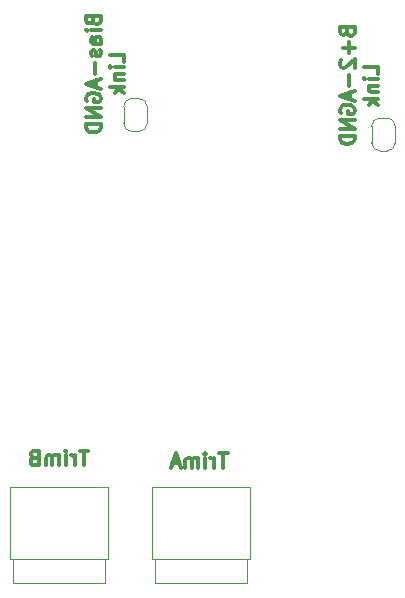
<source format=gbr>
G04 #@! TF.GenerationSoftware,KiCad,Pcbnew,(6.0.0-0)*
G04 #@! TF.CreationDate,2022-01-15T15:56:33+00:00*
G04 #@! TF.ProjectId,PowerSupply,506f7765-7253-4757-9070-6c792e6b6963,rev?*
G04 #@! TF.SameCoordinates,Original*
G04 #@! TF.FileFunction,Legend,Bot*
G04 #@! TF.FilePolarity,Positive*
%FSLAX46Y46*%
G04 Gerber Fmt 4.6, Leading zero omitted, Abs format (unit mm)*
G04 Created by KiCad (PCBNEW (6.0.0-0)) date 2022-01-15 15:56:33*
%MOMM*%
%LPD*%
G01*
G04 APERTURE LIST*
%ADD10C,0.300000*%
%ADD11C,0.120000*%
G04 APERTURE END LIST*
D10*
X96404464Y-65505952D02*
X96463988Y-65684523D01*
X96523511Y-65744047D01*
X96642559Y-65803571D01*
X96821130Y-65803571D01*
X96940178Y-65744047D01*
X96999702Y-65684523D01*
X97059226Y-65565476D01*
X97059226Y-65089285D01*
X95809226Y-65089285D01*
X95809226Y-65505952D01*
X95868750Y-65625000D01*
X95928273Y-65684523D01*
X96047321Y-65744047D01*
X96166369Y-65744047D01*
X96285416Y-65684523D01*
X96344940Y-65625000D01*
X96404464Y-65505952D01*
X96404464Y-65089285D01*
X97059226Y-66339285D02*
X96225892Y-66339285D01*
X95809226Y-66339285D02*
X95868750Y-66279761D01*
X95928273Y-66339285D01*
X95868750Y-66398809D01*
X95809226Y-66339285D01*
X95928273Y-66339285D01*
X97059226Y-67470238D02*
X96404464Y-67470238D01*
X96285416Y-67410714D01*
X96225892Y-67291666D01*
X96225892Y-67053571D01*
X96285416Y-66934523D01*
X96999702Y-67470238D02*
X97059226Y-67351190D01*
X97059226Y-67053571D01*
X96999702Y-66934523D01*
X96880654Y-66875000D01*
X96761607Y-66875000D01*
X96642559Y-66934523D01*
X96583035Y-67053571D01*
X96583035Y-67351190D01*
X96523511Y-67470238D01*
X96999702Y-68005952D02*
X97059226Y-68125000D01*
X97059226Y-68363095D01*
X96999702Y-68482142D01*
X96880654Y-68541666D01*
X96821130Y-68541666D01*
X96702083Y-68482142D01*
X96642559Y-68363095D01*
X96642559Y-68184523D01*
X96583035Y-68065476D01*
X96463988Y-68005952D01*
X96404464Y-68005952D01*
X96285416Y-68065476D01*
X96225892Y-68184523D01*
X96225892Y-68363095D01*
X96285416Y-68482142D01*
X96583035Y-69077380D02*
X96583035Y-70029761D01*
X96702083Y-70565476D02*
X96702083Y-71160714D01*
X97059226Y-70446428D02*
X95809226Y-70863095D01*
X97059226Y-71279761D01*
X95868750Y-72351190D02*
X95809226Y-72232142D01*
X95809226Y-72053571D01*
X95868750Y-71875000D01*
X95987797Y-71755952D01*
X96106845Y-71696428D01*
X96344940Y-71636904D01*
X96523511Y-71636904D01*
X96761607Y-71696428D01*
X96880654Y-71755952D01*
X96999702Y-71875000D01*
X97059226Y-72053571D01*
X97059226Y-72172619D01*
X96999702Y-72351190D01*
X96940178Y-72410714D01*
X96523511Y-72410714D01*
X96523511Y-72172619D01*
X97059226Y-72946428D02*
X95809226Y-72946428D01*
X97059226Y-73660714D01*
X95809226Y-73660714D01*
X97059226Y-74255952D02*
X95809226Y-74255952D01*
X95809226Y-74553571D01*
X95868750Y-74732142D01*
X95987797Y-74851190D01*
X96106845Y-74910714D01*
X96344940Y-74970238D01*
X96523511Y-74970238D01*
X96761607Y-74910714D01*
X96880654Y-74851190D01*
X96999702Y-74732142D01*
X97059226Y-74553571D01*
X97059226Y-74255952D01*
X99071726Y-69017857D02*
X99071726Y-68422619D01*
X97821726Y-68422619D01*
X99071726Y-69434523D02*
X98238392Y-69434523D01*
X97821726Y-69434523D02*
X97881250Y-69375000D01*
X97940773Y-69434523D01*
X97881250Y-69494047D01*
X97821726Y-69434523D01*
X97940773Y-69434523D01*
X98238392Y-70029761D02*
X99071726Y-70029761D01*
X98357440Y-70029761D02*
X98297916Y-70089285D01*
X98238392Y-70208333D01*
X98238392Y-70386904D01*
X98297916Y-70505952D01*
X98416964Y-70565476D01*
X99071726Y-70565476D01*
X99071726Y-71160714D02*
X97821726Y-71160714D01*
X98595535Y-71279761D02*
X99071726Y-71636904D01*
X98238392Y-71636904D02*
X98714583Y-71160714D01*
X117904464Y-66505952D02*
X117963988Y-66684523D01*
X118023511Y-66744047D01*
X118142559Y-66803571D01*
X118321130Y-66803571D01*
X118440178Y-66744047D01*
X118499702Y-66684523D01*
X118559226Y-66565476D01*
X118559226Y-66089285D01*
X117309226Y-66089285D01*
X117309226Y-66505952D01*
X117368750Y-66625000D01*
X117428273Y-66684523D01*
X117547321Y-66744047D01*
X117666369Y-66744047D01*
X117785416Y-66684523D01*
X117844940Y-66625000D01*
X117904464Y-66505952D01*
X117904464Y-66089285D01*
X118083035Y-67339285D02*
X118083035Y-68291666D01*
X118559226Y-67815476D02*
X117606845Y-67815476D01*
X117428273Y-68827380D02*
X117368750Y-68886904D01*
X117309226Y-69005952D01*
X117309226Y-69303571D01*
X117368750Y-69422619D01*
X117428273Y-69482142D01*
X117547321Y-69541666D01*
X117666369Y-69541666D01*
X117844940Y-69482142D01*
X118559226Y-68767857D01*
X118559226Y-69541666D01*
X118083035Y-70077380D02*
X118083035Y-71029761D01*
X118202083Y-71565476D02*
X118202083Y-72160714D01*
X118559226Y-71446428D02*
X117309226Y-71863095D01*
X118559226Y-72279761D01*
X117368750Y-73351190D02*
X117309226Y-73232142D01*
X117309226Y-73053571D01*
X117368750Y-72875000D01*
X117487797Y-72755952D01*
X117606845Y-72696428D01*
X117844940Y-72636904D01*
X118023511Y-72636904D01*
X118261607Y-72696428D01*
X118380654Y-72755952D01*
X118499702Y-72875000D01*
X118559226Y-73053571D01*
X118559226Y-73172619D01*
X118499702Y-73351190D01*
X118440178Y-73410714D01*
X118023511Y-73410714D01*
X118023511Y-73172619D01*
X118559226Y-73946428D02*
X117309226Y-73946428D01*
X118559226Y-74660714D01*
X117309226Y-74660714D01*
X118559226Y-75255952D02*
X117309226Y-75255952D01*
X117309226Y-75553571D01*
X117368750Y-75732142D01*
X117487797Y-75851190D01*
X117606845Y-75910714D01*
X117844940Y-75970238D01*
X118023511Y-75970238D01*
X118261607Y-75910714D01*
X118380654Y-75851190D01*
X118499702Y-75732142D01*
X118559226Y-75553571D01*
X118559226Y-75255952D01*
X120571726Y-70017857D02*
X120571726Y-69422619D01*
X119321726Y-69422619D01*
X120571726Y-70434523D02*
X119738392Y-70434523D01*
X119321726Y-70434523D02*
X119381250Y-70375000D01*
X119440773Y-70434523D01*
X119381250Y-70494047D01*
X119321726Y-70434523D01*
X119440773Y-70434523D01*
X119738392Y-71029761D02*
X120571726Y-71029761D01*
X119857440Y-71029761D02*
X119797916Y-71089285D01*
X119738392Y-71208333D01*
X119738392Y-71386904D01*
X119797916Y-71505952D01*
X119916964Y-71565476D01*
X120571726Y-71565476D01*
X120571726Y-72160714D02*
X119321726Y-72160714D01*
X120095535Y-72279761D02*
X120571726Y-72636904D01*
X119738392Y-72636904D02*
X120214583Y-72160714D01*
X96000000Y-101915476D02*
X95285714Y-101915476D01*
X95642857Y-103165476D02*
X95642857Y-101915476D01*
X94869047Y-103165476D02*
X94869047Y-102332142D01*
X94869047Y-102570238D02*
X94809523Y-102451190D01*
X94750000Y-102391666D01*
X94630952Y-102332142D01*
X94511904Y-102332142D01*
X94095238Y-103165476D02*
X94095238Y-102332142D01*
X94095238Y-101915476D02*
X94154761Y-101975000D01*
X94095238Y-102034523D01*
X94035714Y-101975000D01*
X94095238Y-101915476D01*
X94095238Y-102034523D01*
X93500000Y-103165476D02*
X93500000Y-102332142D01*
X93500000Y-102451190D02*
X93440476Y-102391666D01*
X93321428Y-102332142D01*
X93142857Y-102332142D01*
X93023809Y-102391666D01*
X92964285Y-102510714D01*
X92964285Y-103165476D01*
X92964285Y-102510714D02*
X92904761Y-102391666D01*
X92785714Y-102332142D01*
X92607142Y-102332142D01*
X92488095Y-102391666D01*
X92428571Y-102510714D01*
X92428571Y-103165476D01*
X91416666Y-102510714D02*
X91238095Y-102570238D01*
X91178571Y-102629761D01*
X91119047Y-102748809D01*
X91119047Y-102927380D01*
X91178571Y-103046428D01*
X91238095Y-103105952D01*
X91357142Y-103165476D01*
X91833333Y-103165476D01*
X91833333Y-101915476D01*
X91416666Y-101915476D01*
X91297619Y-101975000D01*
X91238095Y-102034523D01*
X91178571Y-102153571D01*
X91178571Y-102272619D01*
X91238095Y-102391666D01*
X91297619Y-102451190D01*
X91416666Y-102510714D01*
X91833333Y-102510714D01*
X107810714Y-102115476D02*
X107096428Y-102115476D01*
X107453571Y-103365476D02*
X107453571Y-102115476D01*
X106679761Y-103365476D02*
X106679761Y-102532142D01*
X106679761Y-102770238D02*
X106620238Y-102651190D01*
X106560714Y-102591666D01*
X106441666Y-102532142D01*
X106322619Y-102532142D01*
X105905952Y-103365476D02*
X105905952Y-102532142D01*
X105905952Y-102115476D02*
X105965476Y-102175000D01*
X105905952Y-102234523D01*
X105846428Y-102175000D01*
X105905952Y-102115476D01*
X105905952Y-102234523D01*
X105310714Y-103365476D02*
X105310714Y-102532142D01*
X105310714Y-102651190D02*
X105251190Y-102591666D01*
X105132142Y-102532142D01*
X104953571Y-102532142D01*
X104834523Y-102591666D01*
X104775000Y-102710714D01*
X104775000Y-103365476D01*
X104775000Y-102710714D02*
X104715476Y-102591666D01*
X104596428Y-102532142D01*
X104417857Y-102532142D01*
X104298809Y-102591666D01*
X104239285Y-102710714D01*
X104239285Y-103365476D01*
X103703571Y-103008333D02*
X103108333Y-103008333D01*
X103822619Y-103365476D02*
X103405952Y-102115476D01*
X102989285Y-103365476D01*
D11*
X120000000Y-74450000D02*
X120000000Y-75850000D01*
X121300000Y-73750000D02*
X120700000Y-73750000D01*
X120700000Y-76550000D02*
X121300000Y-76550000D01*
X122000000Y-75850000D02*
X122000000Y-74450000D01*
X120000000Y-75850000D02*
G75*
G03*
X120700000Y-76550000I699999J-1D01*
G01*
X120700000Y-73750000D02*
G75*
G03*
X120000000Y-74450000I-1J-699999D01*
G01*
X122000000Y-74450000D02*
G75*
G03*
X121300000Y-73750000I-699999J1D01*
G01*
X121300000Y-76550000D02*
G75*
G03*
X122000000Y-75850000I1J699999D01*
G01*
X100300000Y-72100000D02*
X99700000Y-72100000D01*
X101000000Y-74200000D02*
X101000000Y-72800000D01*
X99700000Y-74900000D02*
X100300000Y-74900000D01*
X99000000Y-72800000D02*
X99000000Y-74200000D01*
X99700000Y-72100000D02*
G75*
G03*
X99000000Y-72800000I-1J-699999D01*
G01*
X101000000Y-72800000D02*
G75*
G03*
X100300000Y-72100000I-699999J1D01*
G01*
X100300000Y-74900000D02*
G75*
G03*
X101000000Y-74200000I1J699999D01*
G01*
X99000000Y-74200000D02*
G75*
G03*
X99700000Y-74900000I699999J-1D01*
G01*
X89414000Y-105010000D02*
X89414000Y-111100000D01*
X89670000Y-111100000D02*
X89670000Y-113131000D01*
X89414000Y-105010000D02*
X97665000Y-105010000D01*
X97410000Y-111100000D02*
X97410000Y-113131000D01*
X89670000Y-113131000D02*
X97410000Y-113131000D01*
X89414000Y-111100000D02*
X97665000Y-111100000D01*
X97665000Y-105010000D02*
X97665000Y-111100000D01*
X89670000Y-111100000D02*
X97410000Y-111100000D01*
X109665000Y-105010000D02*
X109665000Y-111100000D01*
X101414000Y-105010000D02*
X101414000Y-111100000D01*
X101414000Y-111100000D02*
X109665000Y-111100000D01*
X101670000Y-111100000D02*
X109410000Y-111100000D01*
X109410000Y-111100000D02*
X109410000Y-113131000D01*
X101670000Y-113131000D02*
X109410000Y-113131000D01*
X101670000Y-111100000D02*
X101670000Y-113131000D01*
X101414000Y-105010000D02*
X109665000Y-105010000D01*
M02*

</source>
